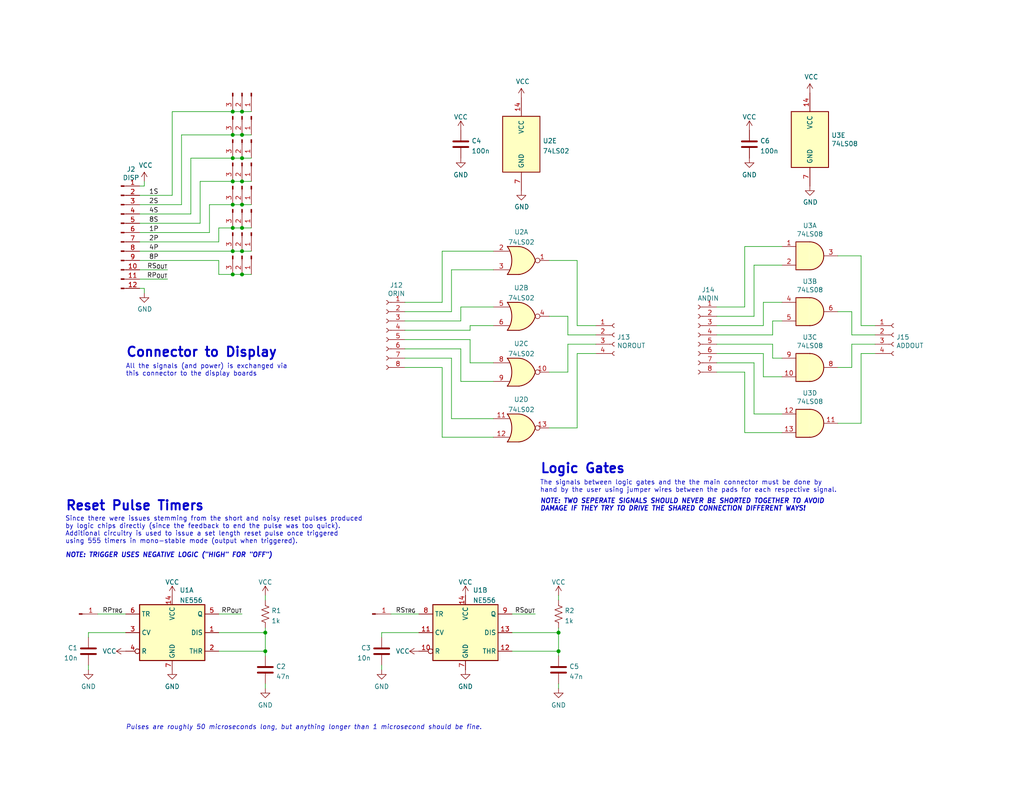
<source format=kicad_sch>
(kicad_sch (version 20211123) (generator eeschema)
  (paper "USLetter")
  (title_block (title "Clock Reset Logic") (date "2022-03-27") (rev "2") (company "Savo Bajic") (comment 1 "Configured using wires soldered between headers") (comment 2 "User configured logic for resetting counters") (comment 3 "556 timer used to ensure consistent reset pulses"))
  (lib_symbols
    (symbol "74xx:74LS02" (pin_names (offset 1.016))
      (property "Reference" "U" (at 0 1.27 0))
      (property "Value" "74LS02" (at 0 -1.27 0))
      (symbol "74LS02_1_1"
        (arc (start -3.81 -3.81) (mid -2.589 0) (end -3.81 3.81) (stroke (width 0.254)))
        (arc (start -0.6096 -3.81) (mid 2.1855 -2.584) (end 3.81 0) (stroke (width 0.254)) (fill (type background)))
        (polyline (pts (xy -3.81 -3.81) (xy -0.635 -3.81)) (stroke (width 0.254)) (fill (type background)))
        (polyline (pts (xy -3.81 3.81) (xy -0.635 3.81)) (stroke (width 0.254)) (fill (type background)))
        (polyline (pts (xy -0.635 3.81) (xy -3.81 3.81) (xy -3.81 3.81) (xy -3.556 3.4036) (xy -3.0226 2.2606) (xy -2.6924 1.0414) (xy -2.6162 -0.254) (xy -2.7686 -1.4986) (xy -3.175 -2.7178) (xy -3.81 -3.81) (xy -3.81 -3.81) (xy -0.635 -3.81)) (stroke (width -25.4)) (fill (type background)))
        (arc (start 3.81 0) (mid 2.1928 2.5925) (end -0.6096 3.81) (stroke (width 0.254)) (fill (type background)))
        (pin output inverted (at 7.62 0 180) (length 3.81) (name "~") (number "1"))
        (pin input line (at -7.62 2.54 0) (length 4.318) (name "~") (number "2"))
        (pin input line (at -7.62 -2.54 0) (length 4.318) (name "~") (number "3"))
      )
      (symbol "74LS02_1_2"
        (arc (start 0 -3.81) (mid 3.81 0) (end 0 3.81) (stroke (width 0.254)) (fill (type background)))
        (polyline (pts (xy 0 3.81) (xy -3.81 3.81) (xy -3.81 -3.81) (xy 0 -3.81)) (stroke (width 0.254)) (fill (type background)))
        (pin output line (at 7.62 0 180) (length 3.81) (name "~") (number "1"))
        (pin input inverted (at -7.62 2.54 0) (length 3.81) (name "~") (number "2"))
        (pin input inverted (at -7.62 -2.54 0) (length 3.81) (name "~") (number "3"))
      )
      (symbol "74LS02_2_1"
        (arc (start -3.81 -3.81) (mid -2.589 0) (end -3.81 3.81) (stroke (width 0.254)))
        (arc (start -0.6096 -3.81) (mid 2.1855 -2.584) (end 3.81 0) (stroke (width 0.254)) (fill (type background)))
        (polyline (pts (xy -3.81 -3.81) (xy -0.635 -3.81)) (stroke (width 0.254)) (fill (type background)))
        (polyline (pts (xy -3.81 3.81) (xy -0.635 3.81)) (stroke (width 0.254)) (fill (type background)))
        (polyline (pts (xy -0.635 3.81) (xy -3.81 3.81) (xy -3.81 3.81) (xy -3.556 3.4036) (xy -3.0226 2.2606) (xy -2.6924 1.0414) (xy -2.6162 -0.254) (xy -2.7686 -1.4986) (xy -3.175 -2.7178) (xy -3.81 -3.81) (xy -3.81 -3.81) (xy -0.635 -3.81)) (stroke (width -25.4)) (fill (type background)))
        (arc (start 3.81 0) (mid 2.1928 2.5925) (end -0.6096 3.81) (stroke (width 0.254)) (fill (type background)))
        (pin output inverted (at 7.62 0 180) (length 3.81) (name "~") (number "4"))
        (pin input line (at -7.62 2.54 0) (length 4.318) (name "~") (number "5"))
        (pin input line (at -7.62 -2.54 0) (length 4.318) (name "~") (number "6"))
      )
      (symbol "74LS02_2_2"
        (arc (start 0 -3.81) (mid 3.81 0) (end 0 3.81) (stroke (width 0.254)) (fill (type background)))
        (polyline (pts (xy 0 3.81) (xy -3.81 3.81) (xy -3.81 -3.81) (xy 0 -3.81)) (stroke (width 0.254)) (fill (type background)))
        (pin output line (at 7.62 0 180) (length 3.81) (name "~") (number "4"))
        (pin input inverted (at -7.62 2.54 0) (length 3.81) (name "~") (number "5"))
        (pin input inverted (at -7.62 -2.54 0) (length 3.81) (name "~") (number "6"))
      )
      (symbol "74LS02_3_1"
        (arc (start -3.81 -3.81) (mid -2.589 0) (end -3.81 3.81) (stroke (width 0.254)))
        (arc (start -0.6096 -3.81) (mid 2.1855 -2.584) (end 3.81 0) (stroke (width 0.254)) (fill (type background)))
        (polyline (pts (xy -3.81 -3.81) (xy -0.635 -3.81)) (stroke (width 0.254)) (fill (type background)))
        (polyline (pts (xy -3.81 3.81) (xy -0.635 3.81)) (stroke (width 0.254)) (fill (type background)))
        (polyline (pts (xy -0.635 3.81) (xy -3.81 3.81) (xy -3.81 3.81) (xy -3.556 3.4036) (xy -3.0226 2.2606) (xy -2.6924 1.0414) (xy -2.6162 -0.254) (xy -2.7686 -1.4986) (xy -3.175 -2.7178) (xy -3.81 -3.81) (xy -3.81 -3.81) (xy -0.635 -3.81)) (stroke (width -25.4)) (fill (type background)))
        (arc (start 3.81 0) (mid 2.1928 2.5925) (end -0.6096 3.81) (stroke (width 0.254)) (fill (type background)))
        (pin output inverted (at 7.62 0 180) (length 3.81) (name "~") (number "10"))
        (pin input line (at -7.62 2.54 0) (length 4.318) (name "~") (number "8"))
        (pin input line (at -7.62 -2.54 0) (length 4.318) (name "~") (number "9"))
      )
      (symbol "74LS02_3_2"
        (arc (start 0 -3.81) (mid 3.81 0) (end 0 3.81) (stroke (width 0.254)) (fill (type background)))
        (polyline (pts (xy 0 3.81) (xy -3.81 3.81) (xy -3.81 -3.81) (xy 0 -3.81)) (stroke (width 0.254)) (fill (type background)))
        (pin output line (at 7.62 0 180) (length 3.81) (name "~") (number "10"))
        (pin input inverted (at -7.62 2.54 0) (length 3.81) (name "~") (number "8"))
        (pin input inverted (at -7.62 -2.54 0) (length 3.81) (name "~") (number "9"))
      )
      (symbol "74LS02_4_1"
        (arc (start -3.81 -3.81) (mid -2.589 0) (end -3.81 3.81) (stroke (width 0.254)))
        (arc (start -0.6096 -3.81) (mid 2.1855 -2.584) (end 3.81 0) (stroke (width 0.254)) (fill (type background)))
        (polyline (pts (xy -3.81 -3.81) (xy -0.635 -3.81)) (stroke (width 0.254)) (fill (type background)))
        (polyline (pts (xy -3.81 3.81) (xy -0.635 3.81)) (stroke (width 0.254)) (fill (type background)))
        (polyline (pts (xy -0.635 3.81) (xy -3.81 3.81) (xy -3.81 3.81) (xy -3.556 3.4036) (xy -3.0226 2.2606) (xy -2.6924 1.0414) (xy -2.6162 -0.254) (xy -2.7686 -1.4986) (xy -3.175 -2.7178) (xy -3.81 -3.81) (xy -3.81 -3.81) (xy -0.635 -3.81)) (stroke (width -25.4)) (fill (type background)))
        (arc (start 3.81 0) (mid 2.1928 2.5925) (end -0.6096 3.81) (stroke (width 0.254)) (fill (type background)))
        (pin input line (at -7.62 2.54 0) (length 4.318) (name "~") (number "11"))
        (pin input line (at -7.62 -2.54 0) (length 4.318) (name "~") (number "12"))
        (pin output inverted (at 7.62 0 180) (length 3.81) (name "~") (number "13"))
      )
      (symbol "74LS02_4_2"
        (arc (start 0 -3.81) (mid 3.81 0) (end 0 3.81) (stroke (width 0.254)) (fill (type background)))
        (polyline (pts (xy 0 3.81) (xy -3.81 3.81) (xy -3.81 -3.81) (xy 0 -3.81)) (stroke (width 0.254)) (fill (type background)))
        (pin input inverted (at -7.62 2.54 0) (length 3.81) (name "~") (number "11"))
        (pin input inverted (at -7.62 -2.54 0) (length 3.81) (name "~") (number "12"))
        (pin output line (at 7.62 0 180) (length 3.81) (name "~") (number "13"))
      )
      (symbol "74LS02_5_0"
        (pin power_in line (at 0 12.7 270) (length 5.08) (name "VCC") (number "14"))
        (pin power_in line (at 0 -12.7 90) (length 5.08) (name "GND") (number "7"))
      )
      (symbol "74LS02_5_1"
        (rectangle (start -5.08 7.62) (end 5.08 -7.62) (stroke (width 0.254)) (fill (type background)))
      )
    )
    (symbol "74xx:74LS08" (pin_names (offset 1.016))
      (property "Reference" "U" (at 0 1.27 0))
      (property "Value" "74LS08" (at 0 -1.27 0))
      (symbol "74LS08_1_1"
        (arc (start 0 -3.81) (mid 3.81 0) (end 0 3.81) (stroke (width 0.254)) (fill (type background)))
        (polyline (pts (xy 0 3.81) (xy -3.81 3.81) (xy -3.81 -3.81) (xy 0 -3.81)) (stroke (width 0.254)) (fill (type background)))
        (pin input line (at -7.62 2.54 0) (length 3.81) (name "~") (number "1"))
        (pin input line (at -7.62 -2.54 0) (length 3.81) (name "~") (number "2"))
        (pin output line (at 7.62 0 180) (length 3.81) (name "~") (number "3"))
      )
      (symbol "74LS08_1_2"
        (arc (start -3.81 -3.81) (mid -2.589 0) (end -3.81 3.81) (stroke (width 0.254)))
        (arc (start -0.6096 -3.81) (mid 2.1855 -2.584) (end 3.81 0) (stroke (width 0.254)) (fill (type background)))
        (polyline (pts (xy -3.81 -3.81) (xy -0.635 -3.81)) (stroke (width 0.254)) (fill (type background)))
        (polyline (pts (xy -3.81 3.81) (xy -0.635 3.81)) (stroke (width 0.254)) (fill (type background)))
        (polyline (pts (xy -0.635 3.81) (xy -3.81 3.81) (xy -3.81 3.81) (xy -3.556 3.4036) (xy -3.0226 2.2606) (xy -2.6924 1.0414) (xy -2.6162 -0.254) (xy -2.7686 -1.4986) (xy -3.175 -2.7178) (xy -3.81 -3.81) (xy -3.81 -3.81) (xy -0.635 -3.81)) (stroke (width -25.4)) (fill (type background)))
        (arc (start 3.81 0) (mid 2.1928 2.5925) (end -0.6096 3.81) (stroke (width 0.254)) (fill (type background)))
        (pin input inverted (at -7.62 2.54 0) (length 4.318) (name "~") (number "1"))
        (pin input inverted (at -7.62 -2.54 0) (length 4.318) (name "~") (number "2"))
        (pin output inverted (at 7.62 0 180) (length 3.81) (name "~") (number "3"))
      )
      (symbol "74LS08_2_1"
        (arc (start 0 -3.81) (mid 3.81 0) (end 0 3.81) (stroke (width 0.254)) (fill (type background)))
        (polyline (pts (xy 0 3.81) (xy -3.81 3.81) (xy -3.81 -3.81) (xy 0 -3.81)) (stroke (width 0.254)) (fill (type background)))
        (pin input line (at -7.62 2.54 0) (length 3.81) (name "~") (number "4"))
        (pin input line (at -7.62 -2.54 0) (length 3.81) (name "~") (number "5"))
        (pin output line (at 7.62 0 180) (length 3.81) (name "~") (number "6"))
      )
      (symbol "74LS08_2_2"
        (arc (start -3.81 -3.81) (mid -2.589 0) (end -3.81 3.81) (stroke (width 0.254)))
        (arc (start -0.6096 -3.81) (mid 2.1855 -2.584) (end 3.81 0) (stroke (width 0.254)) (fill (type background)))
        (polyline (pts (xy -3.81 -3.81) (xy -0.635 -3.81)) (stroke (width 0.254)) (fill (type background)))
        (polyline (pts (xy -3.81 3.81) (xy -0.635 3.81)) (stroke (width 0.254)) (fill (type background)))
        (polyline (pts (xy -0.635 3.81) (xy -3.81 3.81) (xy -3.81 3.81) (xy -3.556 3.4036) (xy -3.0226 2.2606) (xy -2.6924 1.0414) (xy -2.6162 -0.254) (xy -2.7686 -1.4986) (xy -3.175 -2.7178) (xy -3.81 -3.81) (xy -3.81 -3.81) (xy -0.635 -3.81)) (stroke (width -25.4)) (fill (type background)))
        (arc (start 3.81 0) (mid 2.1928 2.5925) (end -0.6096 3.81) (stroke (width 0.254)) (fill (type background)))
        (pin input inverted (at -7.62 2.54 0) (length 4.318) (name "~") (number "4"))
        (pin input inverted (at -7.62 -2.54 0) (length 4.318) (name "~") (number "5"))
        (pin output inverted (at 7.62 0 180) (length 3.81) (name "~") (number "6"))
      )
      (symbol "74LS08_3_1"
        (arc (start 0 -3.81) (mid 3.81 0) (end 0 3.81) (stroke (width 0.254)) (fill (type background)))
        (polyline (pts (xy 0 3.81) (xy -3.81 3.81) (xy -3.81 -3.81) (xy 0 -3.81)) (stroke (width 0.254)) (fill (type background)))
        (pin input line (at -7.62 -2.54 0) (length 3.81) (name "~") (number "10"))
        (pin output line (at 7.62 0 180) (length 3.81) (name "~") (number "8"))
        (pin input line (at -7.62 2.54 0) (length 3.81) (name "~") (number "9"))
      )
      (symbol "74LS08_3_2"
        (arc (start -3.81 -3.81) (mid -2.589 0) (end -3.81 3.81) (stroke (width 0.254)))
        (arc (start -0.6096 -3.81) (mid 2.1855 -2.584) (end 3.81 0) (stroke (width 0.254)) (fill (type background)))
        (polyline (pts (xy -3.81 -3.81) (xy -0.635 -3.81)) (stroke (width 0.254)) (fill (type background)))
        (polyline (pts (xy -3.81 3.81) (xy -0.635 3.81)) (stroke (width 0.254)) (fill (type background)))
        (polyline (pts (xy -0.635 3.81) (xy -3.81 3.81) (xy -3.81 3.81) (xy -3.556 3.4036) (xy -3.0226 2.2606) (xy -2.6924 1.0414) (xy -2.6162 -0.254) (xy -2.7686 -1.4986) (xy -3.175 -2.7178) (xy -3.81 -3.81) (xy -3.81 -3.81) (xy -0.635 -3.81)) (stroke (width -25.4)) (fill (type background)))
        (arc (start 3.81 0) (mid 2.1928 2.5925) (end -0.6096 3.81) (stroke (width 0.254)) (fill (type background)))
        (pin input inverted (at -7.62 -2.54 0) (length 4.318) (name "~") (number "10"))
        (pin output inverted (at 7.62 0 180) (length 3.81) (name "~") (number "8"))
        (pin input inverted (at -7.62 2.54 0) (length 4.318) (name "~") (number "9"))
      )
      (symbol "74LS08_4_1"
        (arc (start 0 -3.81) (mid 3.81 0) (end 0 3.81) (stroke (width 0.254)) (fill (type background)))
        (polyline (pts (xy 0 3.81) (xy -3.81 3.81) (xy -3.81 -3.81) (xy 0 -3.81)) (stroke (width 0.254)) (fill (type background)))
        (pin output line (at 7.62 0 180) (length 3.81) (name "~") (number "11"))
        (pin input line (at -7.62 2.54 0) (length 3.81) (name "~") (number "12"))
        (pin input line (at -7.62 -2.54 0) (length 3.81) (name "~") (number "13"))
      )
      (symbol "74LS08_4_2"
        (arc (start -3.81 -3.81) (mid -2.589 0) (end -3.81 3.81) (stroke (width 0.254)))
        (arc (start -0.6096 -3.81) (mid 2.1855 -2.584) (end 3.81 0) (stroke (width 0.254)) (fill (type background)))
        (polyline (pts (xy -3.81 -3.81) (xy -0.635 -3.81)) (stroke (width 0.254)) (fill (type background)))
        (polyline (pts (xy -3.81 3.81) (xy -0.635 3.81)) (stroke (width 0.254)) (fill (type background)))
        (polyline (pts (xy -0.635 3.81) (xy -3.81 3.81) (xy -3.81 3.81) (xy -3.556 3.4036) (xy -3.0226 2.2606) (xy -2.6924 1.0414) (xy -2.6162 -0.254) (xy -2.7686 -1.4986) (xy -3.175 -2.7178) (xy -3.81 -3.81) (xy -3.81 -3.81) (xy -0.635 -3.81)) (stroke (width -25.4)) (fill (type background)))
        (arc (start 3.81 0) (mid 2.1928 2.5925) (end -0.6096 3.81) (stroke (width 0.254)) (fill (type background)))
        (pin output inverted (at 7.62 0 180) (length 3.81) (name "~") (number "11"))
        (pin input inverted (at -7.62 2.54 0) (length 4.318) (name "~") (number "12"))
        (pin input inverted (at -7.62 -2.54 0) (length 4.318) (name "~") (number "13"))
      )
      (symbol "74LS08_5_0"
        (pin power_in line (at 0 12.7 270) (length 5.08) (name "VCC") (number "14"))
        (pin power_in line (at 0 -12.7 90) (length 5.08) (name "GND") (number "7"))
      )
      (symbol "74LS08_5_1"
        (rectangle (start -5.08 7.62) (end 5.08 -7.62) (stroke (width 0.254)) (fill (type background)))
      )
    )
    (symbol "Connector:Conn_01x01_Male" (pin_names (offset 1.016) hide)
      (property "Reference" "J" (at 0 2.54 0))
      (property "Value" "Conn_01x01_Male" (at 0 -2.54 0))
      (symbol "Conn_01x01_Male_1_1"
        (polyline (pts (xy 1.27 0) (xy 0.8636 0)) (stroke (width 0.1524)))
        (rectangle (start 0.8636 0.127) (end 0 -0.127) (stroke (width 0.1524)) (fill (type outline)))
        (pin passive line (at 5.08 0 180) (length 3.81) (name "Pin_1") (number "1"))
      )
    )
    (symbol "Connector:Conn_01x03_Male" (pin_names (offset 1.016) hide)
      (property "Reference" "J" (at 0 5.08 0))
      (property "Value" "Conn_01x03_Male" (at 0 -5.08 0))
      (symbol "Conn_01x03_Male_1_1"
        (polyline (pts (xy 1.27 -2.54) (xy 0.8636 -2.54)) (stroke (width 0.1524)))
        (polyline (pts (xy 1.27 0) (xy 0.8636 0)) (stroke (width 0.1524)))
        (polyline (pts (xy 1.27 2.54) (xy 0.8636 2.54)) (stroke (width 0.1524)))
        (rectangle (start 0.8636 -2.413) (end 0 -2.667) (stroke (width 0.1524)) (fill (type outline)))
        (rectangle (start 0.8636 0.127) (end 0 -0.127) (stroke (width 0.1524)) (fill (type outline)))
        (rectangle (start 0.8636 2.667) (end 0 2.413) (stroke (width 0.1524)) (fill (type outline)))
        (pin passive line (at 5.08 2.54 180) (length 3.81) (name "Pin_1") (number "1"))
        (pin passive line (at 5.08 0 180) (length 3.81) (name "Pin_2") (number "2"))
        (pin passive line (at 5.08 -2.54 180) (length 3.81) (name "Pin_3") (number "3"))
      )
    )
    (symbol "Connector:Conn_01x04_Female" (pin_names (offset 1.016) hide)
      (property "Reference" "J" (at 0 5.08 0))
      (property "Value" "Conn_01x04_Female" (at 0 -7.62 0))
      (symbol "Conn_01x04_Female_1_1"
        (arc (start 0 -4.572) (mid -0.508 -5.08) (end 0 -5.588) (stroke (width 0.1524)))
        (arc (start 0 -2.032) (mid -0.508 -2.54) (end 0 -3.048) (stroke (width 0.1524)))
        (polyline (pts (xy -1.27 -5.08) (xy -0.508 -5.08)) (stroke (width 0.1524)))
        (polyline (pts (xy -1.27 -2.54) (xy -0.508 -2.54)) (stroke (width 0.1524)))
        (polyline (pts (xy -1.27 0) (xy -0.508 0)) (stroke (width 0.1524)))
        (polyline (pts (xy -1.27 2.54) (xy -0.508 2.54)) (stroke (width 0.1524)))
        (arc (start 0 0.508) (mid -0.508 0) (end 0 -0.508) (stroke (width 0.1524)))
        (arc (start 0 3.048) (mid -0.508 2.54) (end 0 2.032) (stroke (width 0.1524)))
        (pin passive line (at -5.08 2.54 0) (length 3.81) (name "Pin_1") (number "1"))
        (pin passive line (at -5.08 0 0) (length 3.81) (name "Pin_2") (number "2"))
        (pin passive line (at -5.08 -2.54 0) (length 3.81) (name "Pin_3") (number "3"))
        (pin passive line (at -5.08 -5.08 0) (length 3.81) (name "Pin_4") (number "4"))
      )
    )
    (symbol "Connector:Conn_01x08_Female" (pin_names (offset 1.016) hide)
      (property "Reference" "J" (at 0 10.16 0))
      (property "Value" "Conn_01x08_Female" (at 0 -12.7 0))
      (symbol "Conn_01x08_Female_1_1"
        (arc (start 0 -9.652) (mid -0.508 -10.16) (end 0 -10.668) (stroke (width 0.1524)))
        (arc (start 0 -7.112) (mid -0.508 -7.62) (end 0 -8.128) (stroke (width 0.1524)))
        (arc (start 0 -4.572) (mid -0.508 -5.08) (end 0 -5.588) (stroke (width 0.1524)))
        (arc (start 0 -2.032) (mid -0.508 -2.54) (end 0 -3.048) (stroke (width 0.1524)))
        (polyline (pts (xy -1.27 -10.16) (xy -0.508 -10.16)) (stroke (width 0.1524)))
        (polyline (pts (xy -1.27 -7.62) (xy -0.508 -7.62)) (stroke (width 0.1524)))
        (polyline (pts (xy -1.27 -5.08) (xy -0.508 -5.08)) (stroke (width 0.1524)))
        (polyline (pts (xy -1.27 -2.54) (xy -0.508 -2.54)) (stroke (width 0.1524)))
        (polyline (pts (xy -1.27 0) (xy -0.508 0)) (stroke (width 0.1524)))
        (polyline (pts (xy -1.27 2.54) (xy -0.508 2.54)) (stroke (width 0.1524)))
        (polyline (pts (xy -1.27 5.08) (xy -0.508 5.08)) (stroke (width 0.1524)))
        (polyline (pts (xy -1.27 7.62) (xy -0.508 7.62)) (stroke (width 0.1524)))
        (arc (start 0 0.508) (mid -0.508 0) (end 0 -0.508) (stroke (width 0.1524)))
        (arc (start 0 3.048) (mid -0.508 2.54) (end 0 2.032) (stroke (width 0.1524)))
        (arc (start 0 5.588) (mid -0.508 5.08) (end 0 4.572) (stroke (width 0.1524)))
        (arc (start 0 8.128) (mid -0.508 7.62) (end 0 7.112) (stroke (width 0.1524)))
        (pin passive line (at -5.08 7.62 0) (length 3.81) (name "Pin_1") (number "1"))
        (pin passive line (at -5.08 5.08 0) (length 3.81) (name "Pin_2") (number "2"))
        (pin passive line (at -5.08 2.54 0) (length 3.81) (name "Pin_3") (number "3"))
        (pin passive line (at -5.08 0 0) (length 3.81) (name "Pin_4") (number "4"))
        (pin passive line (at -5.08 -2.54 0) (length 3.81) (name "Pin_5") (number "5"))
        (pin passive line (at -5.08 -5.08 0) (length 3.81) (name "Pin_6") (number "6"))
        (pin passive line (at -5.08 -7.62 0) (length 3.81) (name "Pin_7") (number "7"))
        (pin passive line (at -5.08 -10.16 0) (length 3.81) (name "Pin_8") (number "8"))
      )
    )
    (symbol "Connector:Conn_01x12_Male" (pin_names (offset 1.016) hide)
      (property "Reference" "J" (at 0 15.24 0))
      (property "Value" "Conn_01x12_Male" (at 0 -17.78 0))
      (symbol "Conn_01x12_Male_1_1"
        (polyline (pts (xy 1.27 -15.24) (xy 0.8636 -15.24)) (stroke (width 0.1524)))
        (polyline (pts (xy 1.27 -12.7) (xy 0.8636 -12.7)) (stroke (width 0.1524)))
        (polyline (pts (xy 1.27 -10.16) (xy 0.8636 -10.16)) (stroke (width 0.1524)))
        (polyline (pts (xy 1.27 -7.62) (xy 0.8636 -7.62)) (stroke (width 0.1524)))
        (polyline (pts (xy 1.27 -5.08) (xy 0.8636 -5.08)) (stroke (width 0.1524)))
        (polyline (pts (xy 1.27 -2.54) (xy 0.8636 -2.54)) (stroke (width 0.1524)))
        (polyline (pts (xy 1.27 0) (xy 0.8636 0)) (stroke (width 0.1524)))
        (polyline (pts (xy 1.27 2.54) (xy 0.8636 2.54)) (stroke (width 0.1524)))
        (polyline (pts (xy 1.27 5.08) (xy 0.8636 5.08)) (stroke (width 0.1524)))
        (polyline (pts (xy 1.27 7.62) (xy 0.8636 7.62)) (stroke (width 0.1524)))
        (polyline (pts (xy 1.27 10.16) (xy 0.8636 10.16)) (stroke (width 0.1524)))
        (polyline (pts (xy 1.27 12.7) (xy 0.8636 12.7)) (stroke (width 0.1524)))
        (rectangle (start 0.8636 -15.113) (end 0 -15.367) (stroke (width 0.1524)) (fill (type outline)))
        (rectangle (start 0.8636 -12.573) (end 0 -12.827) (stroke (width 0.1524)) (fill (type outline)))
        (rectangle (start 0.8636 -10.033) (end 0 -10.287) (stroke (width 0.1524)) (fill (type outline)))
        (rectangle (start 0.8636 -7.493) (end 0 -7.747) (stroke (width 0.1524)) (fill (type outline)))
        (rectangle (start 0.8636 -4.953) (end 0 -5.207) (stroke (width 0.1524)) (fill (type outline)))
        (rectangle (start 0.8636 -2.413) (end 0 -2.667) (stroke (width 0.1524)) (fill (type outline)))
        (rectangle (start 0.8636 0.127) (end 0 -0.127) (stroke (width 0.1524)) (fill (type outline)))
        (rectangle (start 0.8636 2.667) (end 0 2.413) (stroke (width 0.1524)) (fill (type outline)))
        (rectangle (start 0.8636 5.207) (end 0 4.953) (stroke (width 0.1524)) (fill (type outline)))
        (rectangle (start 0.8636 7.747) (end 0 7.493) (stroke (width 0.1524)) (fill (type outline)))
        (rectangle (start 0.8636 10.287) (end 0 10.033) (stroke (width 0.1524)) (fill (type outline)))
        (rectangle (start 0.8636 12.827) (end 0 12.573) (stroke (width 0.1524)) (fill (type outline)))
        (pin passive line (at 5.08 12.7 180) (length 3.81) (name "Pin_1") (number "1"))
        (pin passive line (at 5.08 -10.16 180) (length 3.81) (name "Pin_10") (number "10"))
        (pin passive line (at 5.08 -12.7 180) (length 3.81) (name "Pin_11") (number "11"))
        (pin passive line (at 5.08 -15.24 180) (length 3.81) (name "Pin_12") (number "12"))
        (pin passive line (at 5.08 10.16 180) (length 3.81) (name "Pin_2") (number "2"))
        (pin passive line (at 5.08 7.62 180) (length 3.81) (name "Pin_3") (number "3"))
        (pin passive line (at 5.08 5.08 180) (length 3.81) (name "Pin_4") (number "4"))
        (pin passive line (at 5.08 2.54 180) (length 3.81) (name "Pin_5") (number "5"))
        (pin passive line (at 5.08 0 180) (length 3.81) (name "Pin_6") (number "6"))
        (pin passive line (at 5.08 -2.54 180) (length 3.81) (name "Pin_7") (number "7"))
        (pin passive line (at 5.08 -5.08 180) (length 3.81) (name "Pin_8") (number "8"))
        (pin passive line (at 5.08 -7.62 180) (length 3.81) (name "Pin_9") (number "9"))
      )
    )
    (symbol "Device:C" (pin_numbers hide) (pin_names (offset 0.254))
      (property "Reference" "C" (at 0.635 2.54 0))
      (property "Value" "C" (at 0.635 -2.54 0))
      (symbol "C_0_1"
        (polyline (pts (xy -2.032 -0.762) (xy 2.032 -0.762)) (stroke (width 0.508)))
        (polyline (pts (xy -2.032 0.762) (xy 2.032 0.762)) (stroke (width 0.508)))
      )
      (symbol "C_1_1"
        (pin passive line (at 0 3.81 270) (length 2.794) (name "~") (number "1"))
        (pin passive line (at 0 -3.81 90) (length 2.794) (name "~") (number "2"))
      )
    )
    (symbol "Device:R_US" (pin_numbers hide) (pin_names (offset 0))
      (property "Reference" "R" (at 2.54 0 90))
      (property "Value" "R_US" (at -2.54 0 90))
      (symbol "R_US_0_1"
        (polyline (pts (xy 0 -2.286) (xy 0 -2.54)))
        (polyline (pts (xy 0 2.286) (xy 0 2.54)))
        (polyline (pts (xy 0 -0.762) (xy 1.016 -1.143) (xy 0 -1.524) (xy -1.016 -1.905) (xy 0 -2.286)))
        (polyline (pts (xy 0 0.762) (xy 1.016 0.381) (xy 0 0) (xy -1.016 -0.381) (xy 0 -0.762)))
        (polyline (pts (xy 0 2.286) (xy 1.016 1.905) (xy 0 1.524) (xy -1.016 1.143) (xy 0 0.762)))
      )
      (symbol "R_US_1_1"
        (pin passive line (at 0 3.81 270) (length 1.27) (name "~") (number "1"))
        (pin passive line (at 0 -3.81 90) (length 1.27) (name "~") (number "2"))
      )
    )
    (symbol "Timer:NE556"
      (property "Reference" "U" (at -10.16 8.89 0))
      (property "Value" "NE556" (at -10.16 -8.89 0))
      (symbol "NE556_0_0"
        (pin power_in line (at 0 10.16 270) (length 2.54) (name "VCC") (number "14"))
        (pin power_in line (at 0 -10.16 90) (length 2.54) (name "GND") (number "7"))
      )
      (symbol "NE556_0_1"
        (rectangle (start -8.89 -7.62) (end 8.89 7.62) (stroke (width 0.254)) (fill (type background)))
        (rectangle (start -8.89 -7.62) (end 8.89 7.62) (stroke (width 0.254)) (fill (type background)))
      )
      (symbol "NE556_1_1"
        (pin input line (at 12.7 0 180) (length 3.81) (name "DIS") (number "1"))
        (pin input line (at 12.7 -5.08 180) (length 3.81) (name "THR") (number "2"))
        (pin input line (at -12.7 0 0) (length 3.81) (name "CV") (number "3"))
        (pin input inverted (at -12.7 -5.08 0) (length 3.81) (name "R") (number "4"))
        (pin output line (at 12.7 5.08 180) (length 3.81) (name "Q") (number "5"))
        (pin input line (at -12.7 5.08 0) (length 3.81) (name "TR") (number "6"))
      )
      (symbol "NE556_2_1"
        (pin input inverted (at -12.7 -5.08 0) (length 3.81) (name "R") (number "10"))
        (pin input line (at -12.7 0 0) (length 3.81) (name "CV") (number "11"))
        (pin input line (at 12.7 -5.08 180) (length 3.81) (name "THR") (number "12"))
        (pin input line (at 12.7 0 180) (length 3.81) (name "DIS") (number "13"))
        (pin input line (at -12.7 5.08 0) (length 3.81) (name "TR") (number "8"))
        (pin output line (at 12.7 5.08 180) (length 3.81) (name "Q") (number "9"))
      )
    )
    (symbol "power:GND" (power) (pin_names (offset 0))
      (property "Value" "GND" (at 0 -3.81 0))
      (symbol "GND_0_1"
        (polyline (pts (xy 0 0) (xy 0 -1.27) (xy 1.27 -1.27) (xy 0 -2.54) (xy -1.27 -1.27) (xy 0 -1.27)))
      )
      (symbol "GND_1_1"
        (pin power_in line (at 0 0 270) (length 0) hide (name "GND") (number "1"))
      )
    )
    (symbol "power:VCC" (power) (pin_names (offset 0))
      (property "Value" "VCC" (at 0 3.81 0))
      (symbol "VCC_0_1"
        (polyline (pts (xy -0.762 1.27) (xy 0 2.54)))
        (polyline (pts (xy 0 0) (xy 0 2.54)))
        (polyline (pts (xy 0 2.54) (xy 0.762 1.27)))
      )
      (symbol "VCC_1_1"
        (pin power_in line (at 0 0 90) (length 0) hide (name "VCC") (number "1"))
      )
    )
  )
  (junction (at 66.04 30.48))
  (junction (at 63.5 74.93))
  (junction (at 72.39 177.8))
  (junction (at 66.04 43.18))
  (junction (at 63.5 55.88))
  (junction (at 63.5 62.23))
  (junction (at 152.4 177.8))
  (junction (at 66.04 62.23))
  (junction (at 66.04 36.83))
  (junction (at 63.5 68.58))
  (junction (at 72.39 172.72))
  (junction (at 63.5 30.48))
  (junction (at 152.4 172.72))
  (junction (at 66.04 68.58))
  (junction (at 63.5 49.53))
  (junction (at 63.5 36.83))
  (junction (at 66.04 74.93))
  (junction (at 63.5 43.18))
  (junction (at 66.04 49.53))
  (junction (at 66.04 55.88))
  (wire (pts (xy 110.49 87.63) (xy 125.73 87.63)))
  (wire (pts (xy 125.73 83.82) (xy 134.62 83.82)))
  (wire (pts (xy 54.61 60.96) (xy 54.61 49.53)))
  (wire (pts (xy 24.13 173.99) (xy 24.13 172.72)))
  (wire (pts (xy 59.69 66.04) (xy 59.69 62.23)))
  (wire (pts (xy 210.82 93.98) (xy 195.58 93.98)))
  (wire (pts (xy 162.56 93.98) (xy 154.94 93.98)))
  (wire (pts (xy 213.36 72.39) (xy 205.74 72.39)))
  (wire (pts (xy 120.65 68.58) (xy 134.62 68.58)))
  (wire (pts (xy 123.19 73.66) (xy 134.62 73.66)))
  (wire (pts (xy 128.27 92.71) (xy 128.27 99.06)))
  (wire (pts (xy 232.41 100.33) (xy 232.41 93.98)))
  (wire (pts (xy 154.94 101.6) (xy 149.86 101.6)))
  (wire (pts (xy 38.1 63.5) (xy 57.15 63.5)))
  (wire (pts (xy 39.37 78.74) (xy 39.37 80.01)))
  (wire (pts (xy 38.1 66.04) (xy 59.69 66.04)))
  (wire (pts (xy 106.68 167.64) (xy 114.3 167.64)))
  (wire (pts (xy 205.74 99.06) (xy 195.58 99.06)))
  (wire (pts (xy 123.19 85.09) (xy 110.49 85.09)))
  (wire (pts (xy 110.49 90.17) (xy 128.27 90.17)))
  (wire (pts (xy 238.76 96.52) (xy 234.95 96.52)))
  (wire (pts (xy 38.1 78.74) (xy 39.37 78.74)))
  (wire (pts (xy 203.2 118.11) (xy 213.36 118.11)))
  (wire (pts (xy 66.04 74.93) (xy 68.58 74.93)))
  (wire (pts (xy 59.69 172.72) (xy 72.39 172.72)))
  (wire (pts (xy 24.13 181.61) (xy 24.13 182.88)))
  (wire (pts (xy 72.39 162.56) (xy 72.39 163.83)))
  (wire (pts (xy 234.95 88.9) (xy 238.76 88.9)))
  (wire (pts (xy 157.48 96.52) (xy 162.56 96.52)))
  (wire (pts (xy 162.56 88.9) (xy 157.48 88.9)))
  (wire (pts (xy 120.65 82.55) (xy 120.65 68.58)))
  (wire (pts (xy 152.4 171.45) (xy 152.4 172.72)))
  (wire (pts (xy 152.4 186.69) (xy 152.4 187.96)))
  (wire (pts (xy 152.4 172.72) (xy 152.4 177.8)))
  (wire (pts (xy 157.48 116.84) (xy 157.48 96.52)))
  (wire (pts (xy 123.19 114.3) (xy 134.62 114.3)))
  (wire (pts (xy 63.5 30.48) (xy 66.04 30.48)))
  (wire (pts (xy 59.69 71.12) (xy 59.69 74.93)))
  (wire (pts (xy 46.99 53.34) (xy 46.99 30.48)))
  (wire (pts (xy 110.49 92.71) (xy 128.27 92.71)))
  (wire (pts (xy 208.28 102.87) (xy 213.36 102.87)))
  (wire (pts (xy 152.4 177.8) (xy 152.4 179.07)))
  (wire (pts (xy 38.1 50.8) (xy 39.37 50.8)))
  (wire (pts (xy 66.04 68.58) (xy 68.58 68.58)))
  (wire (pts (xy 128.27 90.17) (xy 128.27 88.9)))
  (wire (pts (xy 104.14 172.72) (xy 104.14 173.99)))
  (wire (pts (xy 210.82 97.79) (xy 210.82 93.98)))
  (wire (pts (xy 139.7 172.72) (xy 152.4 172.72)))
  (wire (pts (xy 114.3 172.72) (xy 104.14 172.72)))
  (wire (pts (xy 208.28 82.55) (xy 208.28 88.9)))
  (wire (pts (xy 26.67 167.64) (xy 34.29 167.64)))
  (wire (pts (xy 63.5 43.18) (xy 66.04 43.18)))
  (wire (pts (xy 125.73 95.25) (xy 110.49 95.25)))
  (wire (pts (xy 66.04 62.23) (xy 68.58 62.23)))
  (wire (pts (xy 38.1 73.66) (xy 45.72 73.66)))
  (wire (pts (xy 38.1 68.58) (xy 63.5 68.58)))
  (wire (pts (xy 203.2 83.82) (xy 203.2 67.31)))
  (wire (pts (xy 72.39 186.69) (xy 72.39 187.96)))
  (wire (pts (xy 38.1 58.42) (xy 52.07 58.42)))
  (wire (pts (xy 149.86 86.36) (xy 154.94 86.36)))
  (wire (pts (xy 52.07 43.18) (xy 63.5 43.18)))
  (wire (pts (xy 57.15 55.88) (xy 63.5 55.88)))
  (wire (pts (xy 38.1 53.34) (xy 46.99 53.34)))
  (wire (pts (xy 66.04 49.53) (xy 68.58 49.53)))
  (wire (pts (xy 38.1 71.12) (xy 59.69 71.12)))
  (wire (pts (xy 63.5 49.53) (xy 66.04 49.53)))
  (wire (pts (xy 203.2 67.31) (xy 213.36 67.31)))
  (wire (pts (xy 152.4 162.56) (xy 152.4 163.83)))
  (wire (pts (xy 59.69 74.93) (xy 63.5 74.93)))
  (wire (pts (xy 123.19 73.66) (xy 123.19 85.09)))
  (wire (pts (xy 123.19 97.79) (xy 123.19 114.3)))
  (wire (pts (xy 208.28 96.52) (xy 208.28 102.87)))
  (wire (pts (xy 139.7 177.8) (xy 152.4 177.8)))
  (wire (pts (xy 59.69 177.8) (xy 72.39 177.8)))
  (wire (pts (xy 46.99 30.48) (xy 63.5 30.48)))
  (wire (pts (xy 238.76 91.44) (xy 232.41 91.44)))
  (wire (pts (xy 232.41 93.98) (xy 238.76 93.98)))
  (wire (pts (xy 210.82 87.63) (xy 213.36 87.63)))
  (wire (pts (xy 63.5 74.93) (xy 66.04 74.93)))
  (wire (pts (xy 205.74 86.36) (xy 195.58 86.36)))
  (wire (pts (xy 154.94 91.44) (xy 162.56 91.44)))
  (wire (pts (xy 154.94 93.98) (xy 154.94 101.6)))
  (wire (pts (xy 128.27 88.9) (xy 134.62 88.9)))
  (wire (pts (xy 66.04 43.18) (xy 68.58 43.18)))
  (wire (pts (xy 110.49 82.55) (xy 120.65 82.55)))
  (wire (pts (xy 128.27 99.06) (xy 134.62 99.06)))
  (wire (pts (xy 39.37 50.8) (xy 39.37 49.53)))
  (wire (pts (xy 54.61 49.53) (xy 63.5 49.53)))
  (wire (pts (xy 195.58 91.44) (xy 210.82 91.44)))
  (wire (pts (xy 157.48 71.12) (xy 149.86 71.12)))
  (wire (pts (xy 52.07 58.42) (xy 52.07 43.18)))
  (wire (pts (xy 66.04 36.83) (xy 68.58 36.83)))
  (wire (pts (xy 213.36 97.79) (xy 210.82 97.79)))
  (wire (pts (xy 228.6 69.85) (xy 234.95 69.85)))
  (wire (pts (xy 66.04 30.48) (xy 68.58 30.48)))
  (wire (pts (xy 157.48 88.9) (xy 157.48 71.12)))
  (wire (pts (xy 125.73 104.14) (xy 125.73 95.25)))
  (wire (pts (xy 213.36 113.03) (xy 205.74 113.03)))
  (wire (pts (xy 38.1 60.96) (xy 54.61 60.96)))
  (wire (pts (xy 232.41 91.44) (xy 232.41 85.09)))
  (wire (pts (xy 104.14 181.61) (xy 104.14 182.88)))
  (wire (pts (xy 110.49 97.79) (xy 123.19 97.79)))
  (wire (pts (xy 72.39 172.72) (xy 72.39 177.8)))
  (wire (pts (xy 205.74 72.39) (xy 205.74 86.36)))
  (wire (pts (xy 63.5 55.88) (xy 66.04 55.88)))
  (wire (pts (xy 234.95 115.57) (xy 228.6 115.57)))
  (wire (pts (xy 228.6 100.33) (xy 232.41 100.33)))
  (wire (pts (xy 120.65 119.38) (xy 120.65 100.33)))
  (wire (pts (xy 195.58 101.6) (xy 203.2 101.6)))
  (wire (pts (xy 125.73 87.63) (xy 125.73 83.82)))
  (wire (pts (xy 59.69 167.64) (xy 66.04 167.64)))
  (wire (pts (xy 72.39 177.8) (xy 72.39 179.07)))
  (wire (pts (xy 210.82 91.44) (xy 210.82 87.63)))
  (wire (pts (xy 72.39 171.45) (xy 72.39 172.72)))
  (wire (pts (xy 203.2 101.6) (xy 203.2 118.11)))
  (wire (pts (xy 208.28 88.9) (xy 195.58 88.9)))
  (wire (pts (xy 154.94 86.36) (xy 154.94 91.44)))
  (wire (pts (xy 234.95 96.52) (xy 234.95 115.57)))
  (wire (pts (xy 49.53 36.83) (xy 63.5 36.83)))
  (wire (pts (xy 139.7 167.64) (xy 146.05 167.64)))
  (wire (pts (xy 49.53 55.88) (xy 49.53 36.83)))
  (wire (pts (xy 195.58 96.52) (xy 208.28 96.52)))
  (wire (pts (xy 38.1 55.88) (xy 49.53 55.88)))
  (wire (pts (xy 149.86 116.84) (xy 157.48 116.84)))
  (wire (pts (xy 120.65 100.33) (xy 110.49 100.33)))
  (wire (pts (xy 134.62 119.38) (xy 120.65 119.38)))
  (wire (pts (xy 205.74 113.03) (xy 205.74 99.06)))
  (wire (pts (xy 24.13 172.72) (xy 34.29 172.72)))
  (wire (pts (xy 234.95 69.85) (xy 234.95 88.9)))
  (wire (pts (xy 59.69 62.23) (xy 63.5 62.23)))
  (wire (pts (xy 195.58 83.82) (xy 203.2 83.82)))
  (wire (pts (xy 213.36 82.55) (xy 208.28 82.55)))
  (wire (pts (xy 63.5 68.58) (xy 66.04 68.58)))
  (wire (pts (xy 38.1 76.2) (xy 45.72 76.2)))
  (wire (pts (xy 63.5 62.23) (xy 66.04 62.23)))
  (wire (pts (xy 63.5 36.83) (xy 66.04 36.83)))
  (wire (pts (xy 232.41 85.09) (xy 228.6 85.09)))
  (wire (pts (xy 66.04 55.88) (xy 68.58 55.88)))
  (wire (pts (xy 134.62 104.14) (xy 125.73 104.14)))
  (wire (pts (xy 57.15 63.5) (xy 57.15 55.88)))
  (text "Since there were issues stemming from the short and noisy reset pulses produced \nby logic chips directly (since the feedback to end the pulse was too quick).\nAdditional circuitry is used to issue a set length reset pulse once triggered\nusing 555 timers in mono-stable mode (output when triggered)." (at 17.78 148.59 0) (effects (font (size 1.27 1.27)) (justify left bottom)))
  (text "Logic Gates" (at 147.32 129.54 0) (effects (font (size 2.5654 2.5654) (thickness 0.5131) bold) (justify left bottom)))
  (text "Connector to Display" (at 34.29 97.79 0) (effects (font (size 2.5654 2.5654) (thickness 0.5131) bold) (justify left bottom)))
  (text "NOTE: TWO SEPERATE SIGNALS SHOULD NEVER BE SHORTED TOGETHER TO AVOID\nDAMAGE IF THEY TRY TO DRIVE THE SHARED CONNECTION DIFFERENT WAYS!" (at 147.32 139.7 0) (effects (font (size 1.27 1.27) (thickness 0.254) bold italic) (justify left bottom)))
  (text "The signals between logic gates and the the main connector must be done by\nhand by the user using jumper wires between the pads for each respective signal." (at 147.32 134.62 0) (effects (font (size 1.27 1.27)) (justify left bottom)))
  (text "NOTE: TRIGGER USES NEGATIVE LOGIC (\"HIGH\" FOR \"OFF\")" (at 17.78 152.4 0) (effects (font (size 1.27 1.27) (thickness 0.254) bold italic) (justify left bottom)))
  (text "Reset Pulse Timers" (at 17.78 139.7 0) (effects (font (size 2.5654 2.5654) (thickness 0.5131) bold) (justify left bottom)))
  (text "All the signals (and power) is exchanged via \nthis connector to the display boards" (at 34.29 102.87 0) (effects (font (size 1.27 1.27)) (justify left bottom)))
  (text "Pulses are roughly 50 microseconds long, but anything longer than 1 microsecond should be fine." (at 34.29 199.39 0) (effects (font (size 1.27 1.27) italic) (justify left bottom)))
  (label "2S" (at 40.64 55.88 0))
  (label "8P" (at 40.64 71.12 0))
  (label "RP_{OUT}" (at 45.72 76.2 180))
  (label "RS_{OUT}" (at 146.05 167.64 180))
  (label "4S" (at 40.64 58.42 0))
  (label "RS_{OUT}" (at 45.72 73.66 180))
  (label "RS_{TRG}" (at 107.95 167.64 0))
  (label "1P" (at 40.64 63.5 0))
  (label "1S" (at 40.64 53.34 0))
  (label "4P" (at 40.64 68.58 0))
  (label "8S" (at 40.64 60.96 0))
  (label "RP_{TRG}" (at 27.94 167.64 0))
  (label "RP_{OUT}" (at 66.04 167.64 180))
  (label "2P" (at 40.64 66.04 0))
  (symbol (lib_id "74xx:74LS08") (at 220.98 69.85 0) (unit 1)
    (property "Reference" "U3" (at 220.98 61.595 0))
    (property "Value" "74LS08" (at 220.98 63.9064 0))
    (property "Footprint" "Package_DIP:DIP-14_W7.62mm" (effects hide))
    (property "Datasheet" "http://www.ti.com/lit/gpn/sn74LS08" (effects hide))
  )
  (symbol (lib_id "74xx:74LS08") (at 220.98 85.09 0) (unit 2)
    (property "Reference" "U3" (at 220.98 76.835 0))
    (property "Value" "74LS08" (at 220.98 79.1464 0))
    (property "Footprint" "Package_DIP:DIP-14_W7.62mm" (effects hide))
    (property "Datasheet" "http://www.ti.com/lit/gpn/sn74LS08" (effects hide))
  )
  (symbol (lib_id "74xx:74LS08") (at 220.98 100.33 0) (unit 3)
    (property "Reference" "U3" (at 220.98 92.075 0))
    (property "Value" "74LS08" (at 220.98 94.3864 0))
    (property "Footprint" "Package_DIP:DIP-14_W7.62mm" (effects hide))
    (property "Datasheet" "http://www.ti.com/lit/gpn/sn74LS08" (effects hide))
  )
  (symbol (lib_id "74xx:74LS08") (at 220.98 115.57 0) (unit 4)
    (property "Reference" "U3" (at 220.98 107.315 0))
    (property "Value" "74LS08" (at 220.98 109.6264 0))
    (property "Footprint" "Package_DIP:DIP-14_W7.62mm" (effects hide))
    (property "Datasheet" "http://www.ti.com/lit/gpn/sn74LS08" (effects hide))
  )
  (symbol (lib_id "74xx:74LS08") (at 220.98 38.1 0) (unit 5)
    (property "Reference" "U3" (at 226.822 36.9316 0) (effects (justify left)))
    (property "Value" "74LS08" (at 226.822 39.243 0) (effects (justify left)))
    (property "Footprint" "Package_DIP:DIP-14_W7.62mm" (effects hide))
    (property "Datasheet" "http://www.ti.com/lit/gpn/sn74LS08" (effects hide))
  )
  (symbol (lib_id "power:GND") (at 142.24 52.07 0) (unit 1)
    (property "Reference" "#PWR016" (effects hide))
    (property "Value" "GND" (at 142.367 56.4642 0))
  )
  (symbol (lib_id "power:GND") (at 220.98 50.8 0) (unit 1)
    (property "Reference" "#PWR022" (effects hide))
    (property "Value" "GND" (at 221.107 55.1942 0))
  )
  (symbol (lib_id "power:VCC") (at 142.24 26.67 0) (unit 1)
    (property "Reference" "#PWR015" (effects hide))
    (property "Value" "VCC" (at 142.621 22.2758 0))
  )
  (symbol (lib_id "power:VCC") (at 220.98 25.4 0) (unit 1)
    (property "Reference" "#PWR021" (effects hide))
    (property "Value" "VCC" (at 221.361 21.0058 0))
  )
  (symbol (lib_id "Connector:Conn_01x04_Female") (at 167.64 91.44 0) (unit 1)
    (property "Reference" "J13" (at 168.3512 92.0496 0) (effects (justify left)))
    (property "Value" "NOROUT" (at 168.3512 94.361 0) (effects (justify left)))
    (property "Footprint" "Connector_PinHeader_2.54mm:PinHeader_1x04_P2.54mm_Vertical" (effects hide))
  )
  (symbol (lib_id "Connector:Conn_01x08_Female") (at 105.41 90.17 0) (mirror y) (unit 1)
    (property "Reference" "J12" (at 108.1532 77.851 0))
    (property "Value" "ORIN" (at 108.1532 80.1624 0))
    (property "Footprint" "Connector_PinHeader_2.54mm:PinHeader_1x08_P2.54mm_Vertical" (effects hide))
  )
  (symbol (lib_id "Connector:Conn_01x08_Female") (at 190.5 91.44 0) (mirror y) (unit 1)
    (property "Reference" "J14" (at 193.2432 79.121 0))
    (property "Value" "ANDIN" (at 193.2432 81.4324 0))
    (property "Footprint" "Connector_PinHeader_2.54mm:PinHeader_1x08_P2.54mm_Vertical" (effects hide))
  )
  (symbol (lib_id "Connector:Conn_01x04_Female") (at 243.84 91.44 0) (unit 1)
    (property "Reference" "J15" (at 244.5512 92.0496 0) (effects (justify left)))
    (property "Value" "ADDOUT" (at 244.5512 94.361 0) (effects (justify left)))
    (property "Footprint" "Connector_PinHeader_2.54mm:PinHeader_1x04_P2.54mm_Vertical" (effects hide))
  )
  (symbol (lib_id "Connector:Conn_01x03_Male") (at 66.04 25.4 270) (unit 1)
    (property "Reference" "J3" (effects hide))
    (property "Value" "Conn_01x03_Male" (effects hide))
    (property "Footprint" "Connector_PinHeader_2.54mm:PinHeader_1x03_P2.54mm_Vertical" (effects hide))
  )
  (symbol (lib_id "Connector:Conn_01x12_Male") (at 33.02 63.5 0) (unit 1)
    (property "Reference" "J2" (at 35.7632 46.2026 0))
    (property "Value" "DISP" (at 35.7632 48.514 0))
    (property "Footprint" "Connector_PinSocket_2.54mm:PinSocket_1x12_P2.54mm_Horizontal" (effects hide))
  )
  (symbol (lib_id "Connector:Conn_01x03_Male") (at 66.04 31.75 270) (unit 1)
    (property "Reference" "J4" (effects hide))
    (property "Value" "Conn_01x03_Male" (effects hide))
    (property "Footprint" "Connector_PinHeader_2.54mm:PinHeader_1x03_P2.54mm_Vertical" (effects hide))
  )
  (symbol (lib_id "Connector:Conn_01x03_Male") (at 66.04 38.1 270) (unit 1)
    (property "Reference" "J5" (effects hide))
    (property "Value" "Conn_01x03_Male" (effects hide))
    (property "Footprint" "Connector_PinHeader_2.54mm:PinHeader_1x03_P2.54mm_Vertical" (effects hide))
  )
  (symbol (lib_id "Connector:Conn_01x03_Male") (at 66.04 44.45 270) (unit 1)
    (property "Reference" "J6" (effects hide))
    (property "Value" "Conn_01x03_Male" (effects hide))
    (property "Footprint" "Connector_PinHeader_2.54mm:PinHeader_1x03_P2.54mm_Vertical" (effects hide))
  )
  (symbol (lib_id "Connector:Conn_01x03_Male") (at 66.04 50.8 270) (unit 1)
    (property "Reference" "J7" (effects hide))
    (property "Value" "Conn_01x03_Male" (effects hide))
    (property "Footprint" "Connector_PinHeader_2.54mm:PinHeader_1x03_P2.54mm_Vertical" (effects hide))
  )
  (symbol (lib_id "Connector:Conn_01x03_Male") (at 66.04 57.15 270) (unit 1)
    (property "Reference" "J8" (effects hide))
    (property "Value" "Conn_01x03_Male" (effects hide))
    (property "Footprint" "Connector_PinHeader_2.54mm:PinHeader_1x03_P2.54mm_Vertical" (effects hide))
  )
  (symbol (lib_id "Connector:Conn_01x03_Male") (at 66.04 63.5 270) (unit 1)
    (property "Reference" "J9" (effects hide))
    (property "Value" "Conn_01x03_Male" (effects hide))
    (property "Footprint" "Connector_PinHeader_2.54mm:PinHeader_1x03_P2.54mm_Vertical" (effects hide))
  )
  (symbol (lib_id "Connector:Conn_01x03_Male") (at 66.04 69.85 270) (unit 1)
    (property "Reference" "J10" (effects hide))
    (property "Value" "Conn_01x03_Male" (effects hide))
    (property "Footprint" "Connector_PinHeader_2.54mm:PinHeader_1x03_P2.54mm_Vertical" (effects hide))
  )
  (symbol (lib_id "power:VCC") (at 39.37 49.53 0) (unit 1)
    (property "Reference" "#PWR03" (effects hide))
    (property "Value" "VCC" (at 39.751 45.1358 0))
  )
  (symbol (lib_id "power:GND") (at 39.37 80.01 0) (unit 1)
    (property "Reference" "#PWR04" (effects hide))
    (property "Value" "GND" (at 39.497 84.4042 0))
  )
  (symbol (lib_id "74xx:74LS02") (at 142.24 116.84 0) (unit 4)
    (property "Reference" "U2" (at 142.24 109.0635 0))
    (property "Value" "74LS02" (at 142.24 111.8386 0))
    (property "Footprint" "Package_DIP:DIP-14_W7.62mm" (effects hide))
    (property "Datasheet" "http://www.ti.com/lit/gpn/sn74ls02" (effects hide))
  )
  (symbol (lib_id "power:VCC") (at 125.73 35.56 0) (unit 1)
    (property "Reference" "#PWR011" (effects hide))
    (property "Value" "VCC" (at 125.73 31.9555 0))
  )
  (symbol (lib_id "74xx:74LS02") (at 142.24 86.36 0) (unit 2)
    (property "Reference" "U2" (at 142.24 78.5835 0))
    (property "Value" "74LS02" (at 142.24 81.3586 0))
    (property "Footprint" "Package_DIP:DIP-14_W7.62mm" (effects hide))
    (property "Datasheet" "http://www.ti.com/lit/gpn/sn74ls02" (effects hide))
  )
  (symbol (lib_id "Device:C") (at 204.47 39.37 0) (unit 1)
    (property "Reference" "C6" (at 207.391 38.4615 0) (effects (justify left)))
    (property "Value" "100n" (at 207.391 41.2366 0) (effects (justify left)))
    (property "Footprint" "Capacitor_THT:C_Disc_D5.0mm_W2.5mm_P2.50mm" (effects hide))
  )
  (symbol (lib_id "power:VCC") (at 34.29 177.8 90) (unit 1)
    (property "Reference" "#PWR02" (effects hide))
    (property "Value" "VCC" (at 27.94 177.8 90) (effects (justify right)))
  )
  (symbol (lib_id "Device:C") (at 125.73 39.37 0) (unit 1)
    (property "Reference" "C4" (at 128.651 38.4615 0) (effects (justify left)))
    (property "Value" "100n" (at 128.651 41.2366 0) (effects (justify left)))
    (property "Footprint" "Capacitor_THT:C_Disc_D5.0mm_W2.5mm_P2.50mm" (effects hide))
  )
  (symbol (lib_id "power:GND") (at 127 182.88 0) (unit 1)
    (property "Reference" "#PWR014" (effects hide))
    (property "Value" "GND" (at 127 187.4425 0))
  )
  (symbol (lib_id "Device:R_US") (at 72.39 167.64 0) (unit 1)
    (property "Reference" "R1" (at 74.041 166.7315 0) (effects (justify left)))
    (property "Value" "1k" (at 74.041 169.5066 0) (effects (justify left)))
    (property "Footprint" "Resistor_THT:R_Axial_DIN0207_L6.3mm_D2.5mm_P10.16mm_Horizontal" (effects hide))
  )
  (symbol (lib_id "Device:C") (at 24.13 177.8 0) (mirror x) (unit 1)
    (property "Reference" "C1" (at 21.2091 176.8915 0) (effects (justify right)))
    (property "Value" "10n" (at 21.2091 179.6666 0) (effects (justify right)))
    (property "Footprint" "Capacitor_THT:C_Disc_D5.0mm_W2.5mm_P2.50mm" (effects hide))
  )
  (symbol (lib_id "power:GND") (at 46.99 182.88 0) (unit 1)
    (property "Reference" "#PWR06" (effects hide))
    (property "Value" "GND" (at 46.99 187.4425 0))
  )
  (symbol (lib_id "Device:C") (at 104.14 177.8 0) (mirror x) (unit 1)
    (property "Reference" "C3" (at 101.2191 176.8915 0) (effects (justify right)))
    (property "Value" "10n" (at 101.2191 179.6666 0) (effects (justify right)))
    (property "Footprint" "Capacitor_THT:C_Disc_D5.0mm_W2.5mm_P2.50mm" (effects hide))
  )
  (symbol (lib_id "Connector:Conn_01x01_Male") (at 21.59 167.64 0) (unit 1)
    (property "Reference" "J1" (effects hide))
    (property "Value" "RP_{TRIGGER}" (effects hide))
    (property "Footprint" "Connector_PinHeader_2.54mm:PinHeader_1x01_P2.54mm_Vertical" (effects hide))
  )
  (symbol (lib_id "power:GND") (at 152.4 187.96 0) (unit 1)
    (property "Reference" "#PWR018" (effects hide))
    (property "Value" "GND" (at 152.4 192.5225 0))
  )
  (symbol (lib_id "power:VCC") (at 204.47 35.56 0) (unit 1)
    (property "Reference" "#PWR019" (effects hide))
    (property "Value" "VCC" (at 204.47 31.9555 0))
  )
  (symbol (lib_id "Connector:Conn_01x01_Male") (at 101.6 167.64 0) (unit 1)
    (property "Reference" "J11" (effects hide))
    (property "Value" "RS_{TRIGGER}" (effects hide))
    (property "Footprint" "Connector_PinHeader_2.54mm:PinHeader_1x01_P2.54mm_Vertical" (effects hide))
  )
  (symbol (lib_id "74xx:74LS02") (at 142.24 39.37 0) (unit 5)
    (property "Reference" "U2" (at 148.082 38.4615 0) (effects (justify left)))
    (property "Value" "74LS02" (at 148.082 41.2366 0) (effects (justify left)))
    (property "Footprint" "Package_DIP:DIP-14_W7.62mm" (effects hide))
    (property "Datasheet" "http://www.ti.com/lit/gpn/sn74ls02" (effects hide))
  )
  (symbol (lib_id "power:VCC") (at 72.39 162.56 0) (unit 1)
    (property "Reference" "#PWR07" (effects hide))
    (property "Value" "VCC" (at 72.39 158.9555 0))
  )
  (symbol (lib_id "power:VCC") (at 114.3 177.8 90) (unit 1)
    (property "Reference" "#PWR010" (effects hide))
    (property "Value" "VCC" (at 107.95 177.8 90) (effects (justify right)))
  )
  (symbol (lib_id "Timer:NE556") (at 46.99 172.72 0) (unit 1)
    (property "Reference" "U1" (at 49.0094 161.1335 0) (effects (justify left)))
    (property "Value" "NE556" (at 49.0094 163.9086 0) (effects (justify left)))
    (property "Footprint" "Package_DIP:DIP-14_W7.62mm" (effects hide))
    (property "Datasheet" "http://www.ti.com/lit/ds/symlink/ne556.pdf" (effects hide))
  )
  (symbol (lib_id "power:GND") (at 104.14 182.88 0) (unit 1)
    (property "Reference" "#PWR09" (effects hide))
    (property "Value" "GND" (at 104.14 187.4425 0))
  )
  (symbol (lib_id "Timer:NE556") (at 127 172.72 0) (unit 2)
    (property "Reference" "U1" (at 129.0194 161.1335 0) (effects (justify left)))
    (property "Value" "NE556" (at 129.0194 163.9086 0) (effects (justify left)))
    (property "Footprint" "Package_DIP:DIP-14_W7.62mm" (effects hide))
    (property "Datasheet" "http://www.ti.com/lit/ds/symlink/ne556.pdf" (effects hide))
  )
  (symbol (lib_id "power:GND") (at 125.73 43.18 0) (unit 1)
    (property "Reference" "#PWR012" (effects hide))
    (property "Value" "GND" (at 125.73 47.7425 0))
  )
  (symbol (lib_id "power:GND") (at 24.13 182.88 0) (unit 1)
    (property "Reference" "#PWR01" (effects hide))
    (property "Value" "GND" (at 24.13 187.4425 0))
  )
  (symbol (lib_id "power:VCC") (at 152.4 162.56 0) (unit 1)
    (property "Reference" "#PWR017" (effects hide))
    (property "Value" "VCC" (at 152.4 158.9555 0))
  )
  (symbol (lib_id "power:GND") (at 72.39 187.96 0) (unit 1)
    (property "Reference" "#PWR08" (effects hide))
    (property "Value" "GND" (at 72.39 192.5225 0))
  )
  (symbol (lib_id "Device:R_US") (at 152.4 167.64 0) (unit 1)
    (property "Reference" "R2" (at 154.051 166.7315 0) (effects (justify left)))
    (property "Value" "1k" (at 154.051 169.5066 0) (effects (justify left)))
    (property "Footprint" "Resistor_THT:R_Axial_DIN0207_L6.3mm_D2.5mm_P10.16mm_Horizontal" (effects hide))
  )
  (symbol (lib_id "74xx:74LS02") (at 142.24 71.12 0) (unit 1)
    (property "Reference" "U2" (at 142.24 63.3435 0))
    (property "Value" "74LS02" (at 142.24 66.1186 0))
    (property "Footprint" "Package_DIP:DIP-14_W7.62mm" (effects hide))
    (property "Datasheet" "http://www.ti.com/lit/gpn/sn74ls02" (effects hide))
  )
  (symbol (lib_id "74xx:74LS02") (at 142.24 101.6 0) (unit 3)
    (property "Reference" "U2" (at 142.24 93.8235 0))
    (property "Value" "74LS02" (at 142.24 96.5986 0))
    (property "Footprint" "Package_DIP:DIP-14_W7.62mm" (effects hide))
    (property "Datasheet" "http://www.ti.com/lit/gpn/sn74ls02" (effects hide))
  )
  (symbol (lib_id "power:VCC") (at 46.99 162.56 0) (unit 1)
    (property "Reference" "#PWR05" (effects hide))
    (property "Value" "VCC" (at 46.99 158.9555 0))
  )
  (symbol (lib_id "power:VCC") (at 127 162.56 0) (unit 1)
    (property "Reference" "#PWR013" (effects hide))
    (property "Value" "VCC" (at 127 158.9555 0))
  )
  (symbol (lib_id "Device:C") (at 152.4 182.88 0) (unit 1)
    (property "Reference" "C5" (at 155.321 181.9715 0) (effects (justify left)))
    (property "Value" "47n" (at 155.321 184.7466 0) (effects (justify left)))
    (property "Footprint" "Capacitor_THT:C_Disc_D5.0mm_W2.5mm_P2.50mm" (effects hide))
  )
  (symbol (lib_id "Device:C") (at 72.39 182.88 0) (unit 1)
    (property "Reference" "C2" (at 75.311 181.9715 0) (effects (justify left)))
    (property "Value" "47n" (at 75.311 184.7466 0) (effects (justify left)))
    (property "Footprint" "Capacitor_THT:C_Disc_D5.0mm_W2.5mm_P2.50mm" (effects hide))
  )
  (symbol (lib_id "power:GND") (at 204.47 43.18 0) (unit 1)
    (property "Reference" "#PWR020" (effects hide))
    (property "Value" "GND" (at 204.47 47.7425 0))
  )
)
</source>
